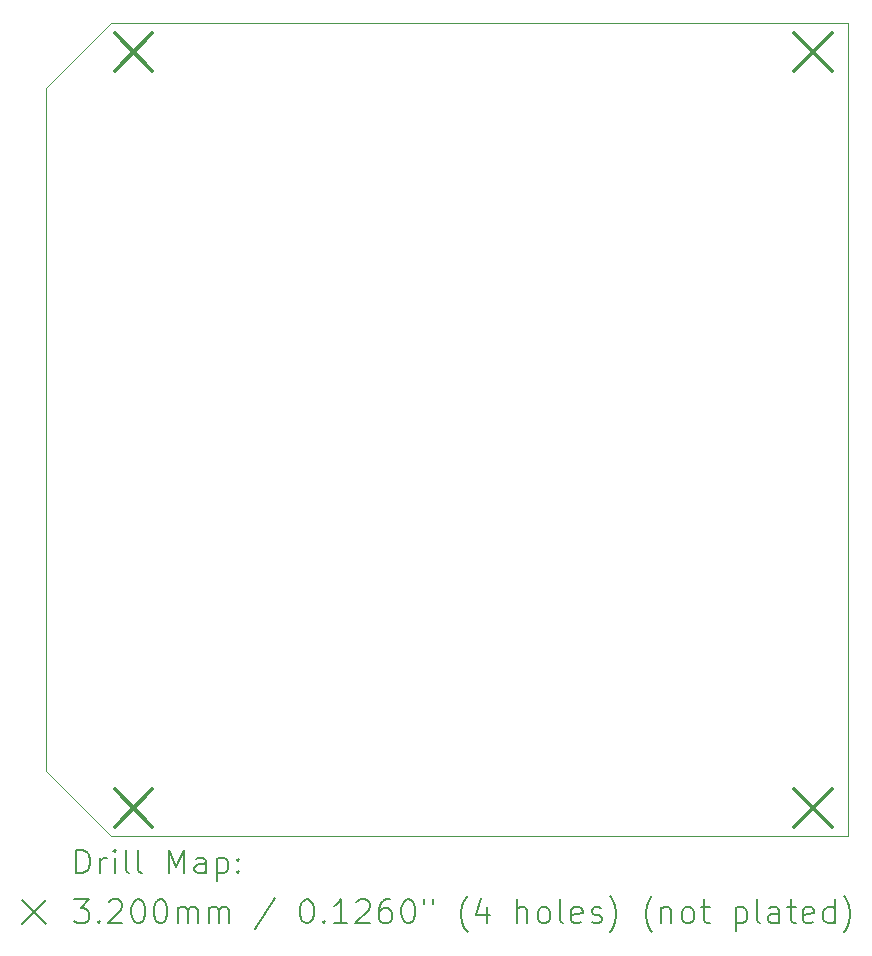
<source format=gbr>
%TF.GenerationSoftware,KiCad,Pcbnew,7.0.5*%
%TF.CreationDate,2024-02-16T17:04:19-05:00*%
%TF.ProjectId,SoyuzLedBoard,536f7975-7a4c-4656-9442-6f6172642e6b,rev?*%
%TF.SameCoordinates,Original*%
%TF.FileFunction,Drillmap*%
%TF.FilePolarity,Positive*%
%FSLAX45Y45*%
G04 Gerber Fmt 4.5, Leading zero omitted, Abs format (unit mm)*
G04 Created by KiCad (PCBNEW 7.0.5) date 2024-02-16 17:04:19*
%MOMM*%
%LPD*%
G01*
G04 APERTURE LIST*
%ADD10C,0.100000*%
%ADD11C,0.200000*%
%ADD12C,0.320000*%
G04 APERTURE END LIST*
D10*
X6960000Y-2000000D02*
X6410000Y-2550000D01*
X13200000Y-2000000D02*
X6960000Y-2000000D01*
X6410000Y-8330000D02*
X6960000Y-8880000D01*
X13200000Y-2000000D02*
X13200000Y-8880000D01*
X6410000Y-8330000D02*
X6410000Y-2550000D01*
X6960000Y-8880000D02*
X13200000Y-8880000D01*
D11*
D12*
X6990000Y-2080000D02*
X7310000Y-2400000D01*
X7310000Y-2080000D02*
X6990000Y-2400000D01*
X6990000Y-8480000D02*
X7310000Y-8800000D01*
X7310000Y-8480000D02*
X6990000Y-8800000D01*
X12740000Y-2080000D02*
X13060000Y-2400000D01*
X13060000Y-2080000D02*
X12740000Y-2400000D01*
X12740000Y-8480000D02*
X13060000Y-8800000D01*
X13060000Y-8480000D02*
X12740000Y-8800000D01*
D11*
X6665777Y-9196484D02*
X6665777Y-8996484D01*
X6665777Y-8996484D02*
X6713396Y-8996484D01*
X6713396Y-8996484D02*
X6741967Y-9006008D01*
X6741967Y-9006008D02*
X6761015Y-9025055D01*
X6761015Y-9025055D02*
X6770539Y-9044103D01*
X6770539Y-9044103D02*
X6780062Y-9082198D01*
X6780062Y-9082198D02*
X6780062Y-9110770D01*
X6780062Y-9110770D02*
X6770539Y-9148865D01*
X6770539Y-9148865D02*
X6761015Y-9167912D01*
X6761015Y-9167912D02*
X6741967Y-9186960D01*
X6741967Y-9186960D02*
X6713396Y-9196484D01*
X6713396Y-9196484D02*
X6665777Y-9196484D01*
X6865777Y-9196484D02*
X6865777Y-9063150D01*
X6865777Y-9101246D02*
X6875301Y-9082198D01*
X6875301Y-9082198D02*
X6884824Y-9072674D01*
X6884824Y-9072674D02*
X6903872Y-9063150D01*
X6903872Y-9063150D02*
X6922920Y-9063150D01*
X6989586Y-9196484D02*
X6989586Y-9063150D01*
X6989586Y-8996484D02*
X6980062Y-9006008D01*
X6980062Y-9006008D02*
X6989586Y-9015531D01*
X6989586Y-9015531D02*
X6999110Y-9006008D01*
X6999110Y-9006008D02*
X6989586Y-8996484D01*
X6989586Y-8996484D02*
X6989586Y-9015531D01*
X7113396Y-9196484D02*
X7094348Y-9186960D01*
X7094348Y-9186960D02*
X7084824Y-9167912D01*
X7084824Y-9167912D02*
X7084824Y-8996484D01*
X7218158Y-9196484D02*
X7199110Y-9186960D01*
X7199110Y-9186960D02*
X7189586Y-9167912D01*
X7189586Y-9167912D02*
X7189586Y-8996484D01*
X7446729Y-9196484D02*
X7446729Y-8996484D01*
X7446729Y-8996484D02*
X7513396Y-9139341D01*
X7513396Y-9139341D02*
X7580062Y-8996484D01*
X7580062Y-8996484D02*
X7580062Y-9196484D01*
X7761015Y-9196484D02*
X7761015Y-9091722D01*
X7761015Y-9091722D02*
X7751491Y-9072674D01*
X7751491Y-9072674D02*
X7732443Y-9063150D01*
X7732443Y-9063150D02*
X7694348Y-9063150D01*
X7694348Y-9063150D02*
X7675301Y-9072674D01*
X7761015Y-9186960D02*
X7741967Y-9196484D01*
X7741967Y-9196484D02*
X7694348Y-9196484D01*
X7694348Y-9196484D02*
X7675301Y-9186960D01*
X7675301Y-9186960D02*
X7665777Y-9167912D01*
X7665777Y-9167912D02*
X7665777Y-9148865D01*
X7665777Y-9148865D02*
X7675301Y-9129817D01*
X7675301Y-9129817D02*
X7694348Y-9120293D01*
X7694348Y-9120293D02*
X7741967Y-9120293D01*
X7741967Y-9120293D02*
X7761015Y-9110770D01*
X7856253Y-9063150D02*
X7856253Y-9263150D01*
X7856253Y-9072674D02*
X7875301Y-9063150D01*
X7875301Y-9063150D02*
X7913396Y-9063150D01*
X7913396Y-9063150D02*
X7932443Y-9072674D01*
X7932443Y-9072674D02*
X7941967Y-9082198D01*
X7941967Y-9082198D02*
X7951491Y-9101246D01*
X7951491Y-9101246D02*
X7951491Y-9158389D01*
X7951491Y-9158389D02*
X7941967Y-9177436D01*
X7941967Y-9177436D02*
X7932443Y-9186960D01*
X7932443Y-9186960D02*
X7913396Y-9196484D01*
X7913396Y-9196484D02*
X7875301Y-9196484D01*
X7875301Y-9196484D02*
X7856253Y-9186960D01*
X8037205Y-9177436D02*
X8046729Y-9186960D01*
X8046729Y-9186960D02*
X8037205Y-9196484D01*
X8037205Y-9196484D02*
X8027682Y-9186960D01*
X8027682Y-9186960D02*
X8037205Y-9177436D01*
X8037205Y-9177436D02*
X8037205Y-9196484D01*
X8037205Y-9072674D02*
X8046729Y-9082198D01*
X8046729Y-9082198D02*
X8037205Y-9091722D01*
X8037205Y-9091722D02*
X8027682Y-9082198D01*
X8027682Y-9082198D02*
X8037205Y-9072674D01*
X8037205Y-9072674D02*
X8037205Y-9091722D01*
X6205000Y-9425000D02*
X6405000Y-9625000D01*
X6405000Y-9425000D02*
X6205000Y-9625000D01*
X6646729Y-9416484D02*
X6770539Y-9416484D01*
X6770539Y-9416484D02*
X6703872Y-9492674D01*
X6703872Y-9492674D02*
X6732443Y-9492674D01*
X6732443Y-9492674D02*
X6751491Y-9502198D01*
X6751491Y-9502198D02*
X6761015Y-9511722D01*
X6761015Y-9511722D02*
X6770539Y-9530770D01*
X6770539Y-9530770D02*
X6770539Y-9578389D01*
X6770539Y-9578389D02*
X6761015Y-9597436D01*
X6761015Y-9597436D02*
X6751491Y-9606960D01*
X6751491Y-9606960D02*
X6732443Y-9616484D01*
X6732443Y-9616484D02*
X6675301Y-9616484D01*
X6675301Y-9616484D02*
X6656253Y-9606960D01*
X6656253Y-9606960D02*
X6646729Y-9597436D01*
X6856253Y-9597436D02*
X6865777Y-9606960D01*
X6865777Y-9606960D02*
X6856253Y-9616484D01*
X6856253Y-9616484D02*
X6846729Y-9606960D01*
X6846729Y-9606960D02*
X6856253Y-9597436D01*
X6856253Y-9597436D02*
X6856253Y-9616484D01*
X6941967Y-9435531D02*
X6951491Y-9426008D01*
X6951491Y-9426008D02*
X6970539Y-9416484D01*
X6970539Y-9416484D02*
X7018158Y-9416484D01*
X7018158Y-9416484D02*
X7037205Y-9426008D01*
X7037205Y-9426008D02*
X7046729Y-9435531D01*
X7046729Y-9435531D02*
X7056253Y-9454579D01*
X7056253Y-9454579D02*
X7056253Y-9473627D01*
X7056253Y-9473627D02*
X7046729Y-9502198D01*
X7046729Y-9502198D02*
X6932443Y-9616484D01*
X6932443Y-9616484D02*
X7056253Y-9616484D01*
X7180062Y-9416484D02*
X7199110Y-9416484D01*
X7199110Y-9416484D02*
X7218158Y-9426008D01*
X7218158Y-9426008D02*
X7227682Y-9435531D01*
X7227682Y-9435531D02*
X7237205Y-9454579D01*
X7237205Y-9454579D02*
X7246729Y-9492674D01*
X7246729Y-9492674D02*
X7246729Y-9540293D01*
X7246729Y-9540293D02*
X7237205Y-9578389D01*
X7237205Y-9578389D02*
X7227682Y-9597436D01*
X7227682Y-9597436D02*
X7218158Y-9606960D01*
X7218158Y-9606960D02*
X7199110Y-9616484D01*
X7199110Y-9616484D02*
X7180062Y-9616484D01*
X7180062Y-9616484D02*
X7161015Y-9606960D01*
X7161015Y-9606960D02*
X7151491Y-9597436D01*
X7151491Y-9597436D02*
X7141967Y-9578389D01*
X7141967Y-9578389D02*
X7132443Y-9540293D01*
X7132443Y-9540293D02*
X7132443Y-9492674D01*
X7132443Y-9492674D02*
X7141967Y-9454579D01*
X7141967Y-9454579D02*
X7151491Y-9435531D01*
X7151491Y-9435531D02*
X7161015Y-9426008D01*
X7161015Y-9426008D02*
X7180062Y-9416484D01*
X7370539Y-9416484D02*
X7389586Y-9416484D01*
X7389586Y-9416484D02*
X7408634Y-9426008D01*
X7408634Y-9426008D02*
X7418158Y-9435531D01*
X7418158Y-9435531D02*
X7427682Y-9454579D01*
X7427682Y-9454579D02*
X7437205Y-9492674D01*
X7437205Y-9492674D02*
X7437205Y-9540293D01*
X7437205Y-9540293D02*
X7427682Y-9578389D01*
X7427682Y-9578389D02*
X7418158Y-9597436D01*
X7418158Y-9597436D02*
X7408634Y-9606960D01*
X7408634Y-9606960D02*
X7389586Y-9616484D01*
X7389586Y-9616484D02*
X7370539Y-9616484D01*
X7370539Y-9616484D02*
X7351491Y-9606960D01*
X7351491Y-9606960D02*
X7341967Y-9597436D01*
X7341967Y-9597436D02*
X7332443Y-9578389D01*
X7332443Y-9578389D02*
X7322920Y-9540293D01*
X7322920Y-9540293D02*
X7322920Y-9492674D01*
X7322920Y-9492674D02*
X7332443Y-9454579D01*
X7332443Y-9454579D02*
X7341967Y-9435531D01*
X7341967Y-9435531D02*
X7351491Y-9426008D01*
X7351491Y-9426008D02*
X7370539Y-9416484D01*
X7522920Y-9616484D02*
X7522920Y-9483150D01*
X7522920Y-9502198D02*
X7532443Y-9492674D01*
X7532443Y-9492674D02*
X7551491Y-9483150D01*
X7551491Y-9483150D02*
X7580063Y-9483150D01*
X7580063Y-9483150D02*
X7599110Y-9492674D01*
X7599110Y-9492674D02*
X7608634Y-9511722D01*
X7608634Y-9511722D02*
X7608634Y-9616484D01*
X7608634Y-9511722D02*
X7618158Y-9492674D01*
X7618158Y-9492674D02*
X7637205Y-9483150D01*
X7637205Y-9483150D02*
X7665777Y-9483150D01*
X7665777Y-9483150D02*
X7684824Y-9492674D01*
X7684824Y-9492674D02*
X7694348Y-9511722D01*
X7694348Y-9511722D02*
X7694348Y-9616484D01*
X7789586Y-9616484D02*
X7789586Y-9483150D01*
X7789586Y-9502198D02*
X7799110Y-9492674D01*
X7799110Y-9492674D02*
X7818158Y-9483150D01*
X7818158Y-9483150D02*
X7846729Y-9483150D01*
X7846729Y-9483150D02*
X7865777Y-9492674D01*
X7865777Y-9492674D02*
X7875301Y-9511722D01*
X7875301Y-9511722D02*
X7875301Y-9616484D01*
X7875301Y-9511722D02*
X7884824Y-9492674D01*
X7884824Y-9492674D02*
X7903872Y-9483150D01*
X7903872Y-9483150D02*
X7932443Y-9483150D01*
X7932443Y-9483150D02*
X7951491Y-9492674D01*
X7951491Y-9492674D02*
X7961015Y-9511722D01*
X7961015Y-9511722D02*
X7961015Y-9616484D01*
X8351491Y-9406960D02*
X8180063Y-9664103D01*
X8608634Y-9416484D02*
X8627682Y-9416484D01*
X8627682Y-9416484D02*
X8646729Y-9426008D01*
X8646729Y-9426008D02*
X8656253Y-9435531D01*
X8656253Y-9435531D02*
X8665777Y-9454579D01*
X8665777Y-9454579D02*
X8675301Y-9492674D01*
X8675301Y-9492674D02*
X8675301Y-9540293D01*
X8675301Y-9540293D02*
X8665777Y-9578389D01*
X8665777Y-9578389D02*
X8656253Y-9597436D01*
X8656253Y-9597436D02*
X8646729Y-9606960D01*
X8646729Y-9606960D02*
X8627682Y-9616484D01*
X8627682Y-9616484D02*
X8608634Y-9616484D01*
X8608634Y-9616484D02*
X8589587Y-9606960D01*
X8589587Y-9606960D02*
X8580063Y-9597436D01*
X8580063Y-9597436D02*
X8570539Y-9578389D01*
X8570539Y-9578389D02*
X8561015Y-9540293D01*
X8561015Y-9540293D02*
X8561015Y-9492674D01*
X8561015Y-9492674D02*
X8570539Y-9454579D01*
X8570539Y-9454579D02*
X8580063Y-9435531D01*
X8580063Y-9435531D02*
X8589587Y-9426008D01*
X8589587Y-9426008D02*
X8608634Y-9416484D01*
X8761015Y-9597436D02*
X8770539Y-9606960D01*
X8770539Y-9606960D02*
X8761015Y-9616484D01*
X8761015Y-9616484D02*
X8751491Y-9606960D01*
X8751491Y-9606960D02*
X8761015Y-9597436D01*
X8761015Y-9597436D02*
X8761015Y-9616484D01*
X8961015Y-9616484D02*
X8846729Y-9616484D01*
X8903872Y-9616484D02*
X8903872Y-9416484D01*
X8903872Y-9416484D02*
X8884825Y-9445055D01*
X8884825Y-9445055D02*
X8865777Y-9464103D01*
X8865777Y-9464103D02*
X8846729Y-9473627D01*
X9037206Y-9435531D02*
X9046729Y-9426008D01*
X9046729Y-9426008D02*
X9065777Y-9416484D01*
X9065777Y-9416484D02*
X9113396Y-9416484D01*
X9113396Y-9416484D02*
X9132444Y-9426008D01*
X9132444Y-9426008D02*
X9141968Y-9435531D01*
X9141968Y-9435531D02*
X9151491Y-9454579D01*
X9151491Y-9454579D02*
X9151491Y-9473627D01*
X9151491Y-9473627D02*
X9141968Y-9502198D01*
X9141968Y-9502198D02*
X9027682Y-9616484D01*
X9027682Y-9616484D02*
X9151491Y-9616484D01*
X9322920Y-9416484D02*
X9284825Y-9416484D01*
X9284825Y-9416484D02*
X9265777Y-9426008D01*
X9265777Y-9426008D02*
X9256253Y-9435531D01*
X9256253Y-9435531D02*
X9237206Y-9464103D01*
X9237206Y-9464103D02*
X9227682Y-9502198D01*
X9227682Y-9502198D02*
X9227682Y-9578389D01*
X9227682Y-9578389D02*
X9237206Y-9597436D01*
X9237206Y-9597436D02*
X9246729Y-9606960D01*
X9246729Y-9606960D02*
X9265777Y-9616484D01*
X9265777Y-9616484D02*
X9303872Y-9616484D01*
X9303872Y-9616484D02*
X9322920Y-9606960D01*
X9322920Y-9606960D02*
X9332444Y-9597436D01*
X9332444Y-9597436D02*
X9341968Y-9578389D01*
X9341968Y-9578389D02*
X9341968Y-9530770D01*
X9341968Y-9530770D02*
X9332444Y-9511722D01*
X9332444Y-9511722D02*
X9322920Y-9502198D01*
X9322920Y-9502198D02*
X9303872Y-9492674D01*
X9303872Y-9492674D02*
X9265777Y-9492674D01*
X9265777Y-9492674D02*
X9246729Y-9502198D01*
X9246729Y-9502198D02*
X9237206Y-9511722D01*
X9237206Y-9511722D02*
X9227682Y-9530770D01*
X9465777Y-9416484D02*
X9484825Y-9416484D01*
X9484825Y-9416484D02*
X9503872Y-9426008D01*
X9503872Y-9426008D02*
X9513396Y-9435531D01*
X9513396Y-9435531D02*
X9522920Y-9454579D01*
X9522920Y-9454579D02*
X9532444Y-9492674D01*
X9532444Y-9492674D02*
X9532444Y-9540293D01*
X9532444Y-9540293D02*
X9522920Y-9578389D01*
X9522920Y-9578389D02*
X9513396Y-9597436D01*
X9513396Y-9597436D02*
X9503872Y-9606960D01*
X9503872Y-9606960D02*
X9484825Y-9616484D01*
X9484825Y-9616484D02*
X9465777Y-9616484D01*
X9465777Y-9616484D02*
X9446729Y-9606960D01*
X9446729Y-9606960D02*
X9437206Y-9597436D01*
X9437206Y-9597436D02*
X9427682Y-9578389D01*
X9427682Y-9578389D02*
X9418158Y-9540293D01*
X9418158Y-9540293D02*
X9418158Y-9492674D01*
X9418158Y-9492674D02*
X9427682Y-9454579D01*
X9427682Y-9454579D02*
X9437206Y-9435531D01*
X9437206Y-9435531D02*
X9446729Y-9426008D01*
X9446729Y-9426008D02*
X9465777Y-9416484D01*
X9608634Y-9416484D02*
X9608634Y-9454579D01*
X9684825Y-9416484D02*
X9684825Y-9454579D01*
X9980063Y-9692674D02*
X9970539Y-9683150D01*
X9970539Y-9683150D02*
X9951491Y-9654579D01*
X9951491Y-9654579D02*
X9941968Y-9635531D01*
X9941968Y-9635531D02*
X9932444Y-9606960D01*
X9932444Y-9606960D02*
X9922920Y-9559341D01*
X9922920Y-9559341D02*
X9922920Y-9521246D01*
X9922920Y-9521246D02*
X9932444Y-9473627D01*
X9932444Y-9473627D02*
X9941968Y-9445055D01*
X9941968Y-9445055D02*
X9951491Y-9426008D01*
X9951491Y-9426008D02*
X9970539Y-9397436D01*
X9970539Y-9397436D02*
X9980063Y-9387912D01*
X10141968Y-9483150D02*
X10141968Y-9616484D01*
X10094349Y-9406960D02*
X10046730Y-9549817D01*
X10046730Y-9549817D02*
X10170539Y-9549817D01*
X10399111Y-9616484D02*
X10399111Y-9416484D01*
X10484825Y-9616484D02*
X10484825Y-9511722D01*
X10484825Y-9511722D02*
X10475301Y-9492674D01*
X10475301Y-9492674D02*
X10456253Y-9483150D01*
X10456253Y-9483150D02*
X10427682Y-9483150D01*
X10427682Y-9483150D02*
X10408634Y-9492674D01*
X10408634Y-9492674D02*
X10399111Y-9502198D01*
X10608634Y-9616484D02*
X10589587Y-9606960D01*
X10589587Y-9606960D02*
X10580063Y-9597436D01*
X10580063Y-9597436D02*
X10570539Y-9578389D01*
X10570539Y-9578389D02*
X10570539Y-9521246D01*
X10570539Y-9521246D02*
X10580063Y-9502198D01*
X10580063Y-9502198D02*
X10589587Y-9492674D01*
X10589587Y-9492674D02*
X10608634Y-9483150D01*
X10608634Y-9483150D02*
X10637206Y-9483150D01*
X10637206Y-9483150D02*
X10656253Y-9492674D01*
X10656253Y-9492674D02*
X10665777Y-9502198D01*
X10665777Y-9502198D02*
X10675301Y-9521246D01*
X10675301Y-9521246D02*
X10675301Y-9578389D01*
X10675301Y-9578389D02*
X10665777Y-9597436D01*
X10665777Y-9597436D02*
X10656253Y-9606960D01*
X10656253Y-9606960D02*
X10637206Y-9616484D01*
X10637206Y-9616484D02*
X10608634Y-9616484D01*
X10789587Y-9616484D02*
X10770539Y-9606960D01*
X10770539Y-9606960D02*
X10761015Y-9587912D01*
X10761015Y-9587912D02*
X10761015Y-9416484D01*
X10941968Y-9606960D02*
X10922920Y-9616484D01*
X10922920Y-9616484D02*
X10884825Y-9616484D01*
X10884825Y-9616484D02*
X10865777Y-9606960D01*
X10865777Y-9606960D02*
X10856253Y-9587912D01*
X10856253Y-9587912D02*
X10856253Y-9511722D01*
X10856253Y-9511722D02*
X10865777Y-9492674D01*
X10865777Y-9492674D02*
X10884825Y-9483150D01*
X10884825Y-9483150D02*
X10922920Y-9483150D01*
X10922920Y-9483150D02*
X10941968Y-9492674D01*
X10941968Y-9492674D02*
X10951492Y-9511722D01*
X10951492Y-9511722D02*
X10951492Y-9530770D01*
X10951492Y-9530770D02*
X10856253Y-9549817D01*
X11027682Y-9606960D02*
X11046730Y-9616484D01*
X11046730Y-9616484D02*
X11084825Y-9616484D01*
X11084825Y-9616484D02*
X11103873Y-9606960D01*
X11103873Y-9606960D02*
X11113396Y-9587912D01*
X11113396Y-9587912D02*
X11113396Y-9578389D01*
X11113396Y-9578389D02*
X11103873Y-9559341D01*
X11103873Y-9559341D02*
X11084825Y-9549817D01*
X11084825Y-9549817D02*
X11056253Y-9549817D01*
X11056253Y-9549817D02*
X11037206Y-9540293D01*
X11037206Y-9540293D02*
X11027682Y-9521246D01*
X11027682Y-9521246D02*
X11027682Y-9511722D01*
X11027682Y-9511722D02*
X11037206Y-9492674D01*
X11037206Y-9492674D02*
X11056253Y-9483150D01*
X11056253Y-9483150D02*
X11084825Y-9483150D01*
X11084825Y-9483150D02*
X11103873Y-9492674D01*
X11180063Y-9692674D02*
X11189587Y-9683150D01*
X11189587Y-9683150D02*
X11208634Y-9654579D01*
X11208634Y-9654579D02*
X11218158Y-9635531D01*
X11218158Y-9635531D02*
X11227682Y-9606960D01*
X11227682Y-9606960D02*
X11237206Y-9559341D01*
X11237206Y-9559341D02*
X11237206Y-9521246D01*
X11237206Y-9521246D02*
X11227682Y-9473627D01*
X11227682Y-9473627D02*
X11218158Y-9445055D01*
X11218158Y-9445055D02*
X11208634Y-9426008D01*
X11208634Y-9426008D02*
X11189587Y-9397436D01*
X11189587Y-9397436D02*
X11180063Y-9387912D01*
X11541968Y-9692674D02*
X11532444Y-9683150D01*
X11532444Y-9683150D02*
X11513396Y-9654579D01*
X11513396Y-9654579D02*
X11503872Y-9635531D01*
X11503872Y-9635531D02*
X11494349Y-9606960D01*
X11494349Y-9606960D02*
X11484825Y-9559341D01*
X11484825Y-9559341D02*
X11484825Y-9521246D01*
X11484825Y-9521246D02*
X11494349Y-9473627D01*
X11494349Y-9473627D02*
X11503872Y-9445055D01*
X11503872Y-9445055D02*
X11513396Y-9426008D01*
X11513396Y-9426008D02*
X11532444Y-9397436D01*
X11532444Y-9397436D02*
X11541968Y-9387912D01*
X11618158Y-9483150D02*
X11618158Y-9616484D01*
X11618158Y-9502198D02*
X11627682Y-9492674D01*
X11627682Y-9492674D02*
X11646730Y-9483150D01*
X11646730Y-9483150D02*
X11675301Y-9483150D01*
X11675301Y-9483150D02*
X11694349Y-9492674D01*
X11694349Y-9492674D02*
X11703872Y-9511722D01*
X11703872Y-9511722D02*
X11703872Y-9616484D01*
X11827682Y-9616484D02*
X11808634Y-9606960D01*
X11808634Y-9606960D02*
X11799111Y-9597436D01*
X11799111Y-9597436D02*
X11789587Y-9578389D01*
X11789587Y-9578389D02*
X11789587Y-9521246D01*
X11789587Y-9521246D02*
X11799111Y-9502198D01*
X11799111Y-9502198D02*
X11808634Y-9492674D01*
X11808634Y-9492674D02*
X11827682Y-9483150D01*
X11827682Y-9483150D02*
X11856253Y-9483150D01*
X11856253Y-9483150D02*
X11875301Y-9492674D01*
X11875301Y-9492674D02*
X11884825Y-9502198D01*
X11884825Y-9502198D02*
X11894349Y-9521246D01*
X11894349Y-9521246D02*
X11894349Y-9578389D01*
X11894349Y-9578389D02*
X11884825Y-9597436D01*
X11884825Y-9597436D02*
X11875301Y-9606960D01*
X11875301Y-9606960D02*
X11856253Y-9616484D01*
X11856253Y-9616484D02*
X11827682Y-9616484D01*
X11951492Y-9483150D02*
X12027682Y-9483150D01*
X11980063Y-9416484D02*
X11980063Y-9587912D01*
X11980063Y-9587912D02*
X11989587Y-9606960D01*
X11989587Y-9606960D02*
X12008634Y-9616484D01*
X12008634Y-9616484D02*
X12027682Y-9616484D01*
X12246730Y-9483150D02*
X12246730Y-9683150D01*
X12246730Y-9492674D02*
X12265777Y-9483150D01*
X12265777Y-9483150D02*
X12303873Y-9483150D01*
X12303873Y-9483150D02*
X12322920Y-9492674D01*
X12322920Y-9492674D02*
X12332444Y-9502198D01*
X12332444Y-9502198D02*
X12341968Y-9521246D01*
X12341968Y-9521246D02*
X12341968Y-9578389D01*
X12341968Y-9578389D02*
X12332444Y-9597436D01*
X12332444Y-9597436D02*
X12322920Y-9606960D01*
X12322920Y-9606960D02*
X12303873Y-9616484D01*
X12303873Y-9616484D02*
X12265777Y-9616484D01*
X12265777Y-9616484D02*
X12246730Y-9606960D01*
X12456253Y-9616484D02*
X12437206Y-9606960D01*
X12437206Y-9606960D02*
X12427682Y-9587912D01*
X12427682Y-9587912D02*
X12427682Y-9416484D01*
X12618158Y-9616484D02*
X12618158Y-9511722D01*
X12618158Y-9511722D02*
X12608634Y-9492674D01*
X12608634Y-9492674D02*
X12589587Y-9483150D01*
X12589587Y-9483150D02*
X12551492Y-9483150D01*
X12551492Y-9483150D02*
X12532444Y-9492674D01*
X12618158Y-9606960D02*
X12599111Y-9616484D01*
X12599111Y-9616484D02*
X12551492Y-9616484D01*
X12551492Y-9616484D02*
X12532444Y-9606960D01*
X12532444Y-9606960D02*
X12522920Y-9587912D01*
X12522920Y-9587912D02*
X12522920Y-9568865D01*
X12522920Y-9568865D02*
X12532444Y-9549817D01*
X12532444Y-9549817D02*
X12551492Y-9540293D01*
X12551492Y-9540293D02*
X12599111Y-9540293D01*
X12599111Y-9540293D02*
X12618158Y-9530770D01*
X12684825Y-9483150D02*
X12761015Y-9483150D01*
X12713396Y-9416484D02*
X12713396Y-9587912D01*
X12713396Y-9587912D02*
X12722920Y-9606960D01*
X12722920Y-9606960D02*
X12741968Y-9616484D01*
X12741968Y-9616484D02*
X12761015Y-9616484D01*
X12903873Y-9606960D02*
X12884825Y-9616484D01*
X12884825Y-9616484D02*
X12846730Y-9616484D01*
X12846730Y-9616484D02*
X12827682Y-9606960D01*
X12827682Y-9606960D02*
X12818158Y-9587912D01*
X12818158Y-9587912D02*
X12818158Y-9511722D01*
X12818158Y-9511722D02*
X12827682Y-9492674D01*
X12827682Y-9492674D02*
X12846730Y-9483150D01*
X12846730Y-9483150D02*
X12884825Y-9483150D01*
X12884825Y-9483150D02*
X12903873Y-9492674D01*
X12903873Y-9492674D02*
X12913396Y-9511722D01*
X12913396Y-9511722D02*
X12913396Y-9530770D01*
X12913396Y-9530770D02*
X12818158Y-9549817D01*
X13084825Y-9616484D02*
X13084825Y-9416484D01*
X13084825Y-9606960D02*
X13065777Y-9616484D01*
X13065777Y-9616484D02*
X13027682Y-9616484D01*
X13027682Y-9616484D02*
X13008634Y-9606960D01*
X13008634Y-9606960D02*
X12999111Y-9597436D01*
X12999111Y-9597436D02*
X12989587Y-9578389D01*
X12989587Y-9578389D02*
X12989587Y-9521246D01*
X12989587Y-9521246D02*
X12999111Y-9502198D01*
X12999111Y-9502198D02*
X13008634Y-9492674D01*
X13008634Y-9492674D02*
X13027682Y-9483150D01*
X13027682Y-9483150D02*
X13065777Y-9483150D01*
X13065777Y-9483150D02*
X13084825Y-9492674D01*
X13161015Y-9692674D02*
X13170539Y-9683150D01*
X13170539Y-9683150D02*
X13189587Y-9654579D01*
X13189587Y-9654579D02*
X13199111Y-9635531D01*
X13199111Y-9635531D02*
X13208634Y-9606960D01*
X13208634Y-9606960D02*
X13218158Y-9559341D01*
X13218158Y-9559341D02*
X13218158Y-9521246D01*
X13218158Y-9521246D02*
X13208634Y-9473627D01*
X13208634Y-9473627D02*
X13199111Y-9445055D01*
X13199111Y-9445055D02*
X13189587Y-9426008D01*
X13189587Y-9426008D02*
X13170539Y-9397436D01*
X13170539Y-9397436D02*
X13161015Y-9387912D01*
M02*

</source>
